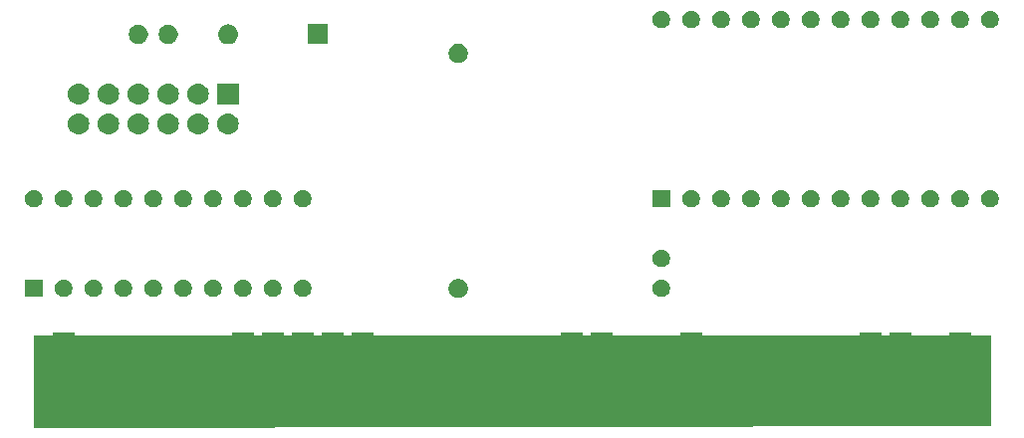
<source format=gbs>
G04 #@! TF.GenerationSoftware,KiCad,Pcbnew,(5.1.4)-1*
G04 #@! TF.CreationDate,2020-05-29T14:17:48+02:00*
G04 #@! TF.ProjectId,RTC8088,52544338-3038-4382-9e6b-696361645f70,rev?*
G04 #@! TF.SameCoordinates,Original*
G04 #@! TF.FileFunction,Soldermask,Bot*
G04 #@! TF.FilePolarity,Negative*
%FSLAX46Y46*%
G04 Gerber Fmt 4.6, Leading zero omitted, Abs format (unit mm)*
G04 Created by KiCad (PCBNEW (5.1.4)-1) date 2020-05-29 14:17:48*
%MOMM*%
%LPD*%
G04 APERTURE LIST*
%ADD10C,0.100000*%
G04 APERTURE END LIST*
D10*
G36*
X186690000Y-106934000D02*
G01*
X105410000Y-107061000D01*
X105410000Y-99314000D01*
X186690000Y-99314000D01*
X186690000Y-106934000D01*
G37*
X186690000Y-106934000D02*
X105410000Y-107061000D01*
X105410000Y-99314000D01*
X186690000Y-99314000D01*
X186690000Y-106934000D01*
G36*
X185090000Y-106731000D02*
G01*
X183210000Y-106731000D01*
X183210000Y-99009000D01*
X185090000Y-99009000D01*
X185090000Y-106731000D01*
X185090000Y-106731000D01*
G37*
G36*
X180010000Y-106731000D02*
G01*
X178130000Y-106731000D01*
X178130000Y-99009000D01*
X180010000Y-99009000D01*
X180010000Y-106731000D01*
X180010000Y-106731000D01*
G37*
G36*
X108890000Y-106731000D02*
G01*
X107010000Y-106731000D01*
X107010000Y-99009000D01*
X108890000Y-99009000D01*
X108890000Y-106731000D01*
X108890000Y-106731000D01*
G37*
G36*
X124130000Y-106731000D02*
G01*
X122250000Y-106731000D01*
X122250000Y-99009000D01*
X124130000Y-99009000D01*
X124130000Y-106731000D01*
X124130000Y-106731000D01*
G37*
G36*
X126670000Y-106731000D02*
G01*
X124790000Y-106731000D01*
X124790000Y-99009000D01*
X126670000Y-99009000D01*
X126670000Y-106731000D01*
X126670000Y-106731000D01*
G37*
G36*
X129210000Y-106731000D02*
G01*
X127330000Y-106731000D01*
X127330000Y-99009000D01*
X129210000Y-99009000D01*
X129210000Y-106731000D01*
X129210000Y-106731000D01*
G37*
G36*
X131750000Y-106731000D02*
G01*
X129870000Y-106731000D01*
X129870000Y-99009000D01*
X131750000Y-99009000D01*
X131750000Y-106731000D01*
X131750000Y-106731000D01*
G37*
G36*
X134290000Y-106731000D02*
G01*
X132410000Y-106731000D01*
X132410000Y-99009000D01*
X134290000Y-99009000D01*
X134290000Y-106731000D01*
X134290000Y-106731000D01*
G37*
G36*
X152070000Y-106731000D02*
G01*
X150190000Y-106731000D01*
X150190000Y-99009000D01*
X152070000Y-99009000D01*
X152070000Y-106731000D01*
X152070000Y-106731000D01*
G37*
G36*
X154610000Y-106731000D02*
G01*
X152730000Y-106731000D01*
X152730000Y-99009000D01*
X154610000Y-99009000D01*
X154610000Y-106731000D01*
X154610000Y-106731000D01*
G37*
G36*
X162230000Y-106731000D02*
G01*
X160350000Y-106731000D01*
X160350000Y-99009000D01*
X162230000Y-99009000D01*
X162230000Y-106731000D01*
X162230000Y-106731000D01*
G37*
G36*
X177470000Y-106731000D02*
G01*
X175590000Y-106731000D01*
X175590000Y-99009000D01*
X177470000Y-99009000D01*
X177470000Y-106731000D01*
X177470000Y-106731000D01*
G37*
G36*
X141721948Y-94498722D02*
G01*
X141869907Y-94560009D01*
X142003061Y-94648979D01*
X142116307Y-94762225D01*
X142205277Y-94895379D01*
X142266564Y-95043338D01*
X142297806Y-95200405D01*
X142297806Y-95360555D01*
X142266564Y-95517622D01*
X142205277Y-95665581D01*
X142116307Y-95798735D01*
X142003061Y-95911981D01*
X141869907Y-96000951D01*
X141721948Y-96062238D01*
X141564881Y-96093480D01*
X141404731Y-96093480D01*
X141247664Y-96062238D01*
X141099705Y-96000951D01*
X140966551Y-95911981D01*
X140853305Y-95798735D01*
X140764335Y-95665581D01*
X140703048Y-95517622D01*
X140671806Y-95360555D01*
X140671806Y-95200405D01*
X140703048Y-95043338D01*
X140764335Y-94895379D01*
X140853305Y-94762225D01*
X140966551Y-94648979D01*
X141099705Y-94560009D01*
X141247664Y-94498722D01*
X141404731Y-94467480D01*
X141564881Y-94467480D01*
X141721948Y-94498722D01*
X141721948Y-94498722D01*
G37*
G36*
X110584425Y-94504599D02*
G01*
X110708621Y-94529302D01*
X110845022Y-94585801D01*
X110967779Y-94667825D01*
X111072175Y-94772221D01*
X111154199Y-94894978D01*
X111210698Y-95031379D01*
X111239500Y-95176181D01*
X111239500Y-95323819D01*
X111210698Y-95468621D01*
X111154199Y-95605022D01*
X111072175Y-95727779D01*
X110967779Y-95832175D01*
X110845022Y-95914199D01*
X110708621Y-95970698D01*
X110584425Y-95995401D01*
X110563820Y-95999500D01*
X110416180Y-95999500D01*
X110395575Y-95995401D01*
X110271379Y-95970698D01*
X110134978Y-95914199D01*
X110012221Y-95832175D01*
X109907825Y-95727779D01*
X109825801Y-95605022D01*
X109769302Y-95468621D01*
X109740500Y-95323819D01*
X109740500Y-95176181D01*
X109769302Y-95031379D01*
X109825801Y-94894978D01*
X109907825Y-94772221D01*
X110012221Y-94667825D01*
X110134978Y-94585801D01*
X110271379Y-94529302D01*
X110395575Y-94504599D01*
X110416180Y-94500500D01*
X110563820Y-94500500D01*
X110584425Y-94504599D01*
X110584425Y-94504599D01*
G37*
G36*
X123284425Y-94504599D02*
G01*
X123408621Y-94529302D01*
X123545022Y-94585801D01*
X123667779Y-94667825D01*
X123772175Y-94772221D01*
X123854199Y-94894978D01*
X123910698Y-95031379D01*
X123939500Y-95176181D01*
X123939500Y-95323819D01*
X123910698Y-95468621D01*
X123854199Y-95605022D01*
X123772175Y-95727779D01*
X123667779Y-95832175D01*
X123545022Y-95914199D01*
X123408621Y-95970698D01*
X123284425Y-95995401D01*
X123263820Y-95999500D01*
X123116180Y-95999500D01*
X123095575Y-95995401D01*
X122971379Y-95970698D01*
X122834978Y-95914199D01*
X122712221Y-95832175D01*
X122607825Y-95727779D01*
X122525801Y-95605022D01*
X122469302Y-95468621D01*
X122440500Y-95323819D01*
X122440500Y-95176181D01*
X122469302Y-95031379D01*
X122525801Y-94894978D01*
X122607825Y-94772221D01*
X122712221Y-94667825D01*
X122834978Y-94585801D01*
X122971379Y-94529302D01*
X123095575Y-94504599D01*
X123116180Y-94500500D01*
X123263820Y-94500500D01*
X123284425Y-94504599D01*
X123284425Y-94504599D01*
G37*
G36*
X120744425Y-94504599D02*
G01*
X120868621Y-94529302D01*
X121005022Y-94585801D01*
X121127779Y-94667825D01*
X121232175Y-94772221D01*
X121314199Y-94894978D01*
X121370698Y-95031379D01*
X121399500Y-95176181D01*
X121399500Y-95323819D01*
X121370698Y-95468621D01*
X121314199Y-95605022D01*
X121232175Y-95727779D01*
X121127779Y-95832175D01*
X121005022Y-95914199D01*
X120868621Y-95970698D01*
X120744425Y-95995401D01*
X120723820Y-95999500D01*
X120576180Y-95999500D01*
X120555575Y-95995401D01*
X120431379Y-95970698D01*
X120294978Y-95914199D01*
X120172221Y-95832175D01*
X120067825Y-95727779D01*
X119985801Y-95605022D01*
X119929302Y-95468621D01*
X119900500Y-95323819D01*
X119900500Y-95176181D01*
X119929302Y-95031379D01*
X119985801Y-94894978D01*
X120067825Y-94772221D01*
X120172221Y-94667825D01*
X120294978Y-94585801D01*
X120431379Y-94529302D01*
X120555575Y-94504599D01*
X120576180Y-94500500D01*
X120723820Y-94500500D01*
X120744425Y-94504599D01*
X120744425Y-94504599D01*
G37*
G36*
X118204425Y-94504599D02*
G01*
X118328621Y-94529302D01*
X118465022Y-94585801D01*
X118587779Y-94667825D01*
X118692175Y-94772221D01*
X118774199Y-94894978D01*
X118830698Y-95031379D01*
X118859500Y-95176181D01*
X118859500Y-95323819D01*
X118830698Y-95468621D01*
X118774199Y-95605022D01*
X118692175Y-95727779D01*
X118587779Y-95832175D01*
X118465022Y-95914199D01*
X118328621Y-95970698D01*
X118204425Y-95995401D01*
X118183820Y-95999500D01*
X118036180Y-95999500D01*
X118015575Y-95995401D01*
X117891379Y-95970698D01*
X117754978Y-95914199D01*
X117632221Y-95832175D01*
X117527825Y-95727779D01*
X117445801Y-95605022D01*
X117389302Y-95468621D01*
X117360500Y-95323819D01*
X117360500Y-95176181D01*
X117389302Y-95031379D01*
X117445801Y-94894978D01*
X117527825Y-94772221D01*
X117632221Y-94667825D01*
X117754978Y-94585801D01*
X117891379Y-94529302D01*
X118015575Y-94504599D01*
X118036180Y-94500500D01*
X118183820Y-94500500D01*
X118204425Y-94504599D01*
X118204425Y-94504599D01*
G37*
G36*
X115664425Y-94504599D02*
G01*
X115788621Y-94529302D01*
X115925022Y-94585801D01*
X116047779Y-94667825D01*
X116152175Y-94772221D01*
X116234199Y-94894978D01*
X116290698Y-95031379D01*
X116319500Y-95176181D01*
X116319500Y-95323819D01*
X116290698Y-95468621D01*
X116234199Y-95605022D01*
X116152175Y-95727779D01*
X116047779Y-95832175D01*
X115925022Y-95914199D01*
X115788621Y-95970698D01*
X115664425Y-95995401D01*
X115643820Y-95999500D01*
X115496180Y-95999500D01*
X115475575Y-95995401D01*
X115351379Y-95970698D01*
X115214978Y-95914199D01*
X115092221Y-95832175D01*
X114987825Y-95727779D01*
X114905801Y-95605022D01*
X114849302Y-95468621D01*
X114820500Y-95323819D01*
X114820500Y-95176181D01*
X114849302Y-95031379D01*
X114905801Y-94894978D01*
X114987825Y-94772221D01*
X115092221Y-94667825D01*
X115214978Y-94585801D01*
X115351379Y-94529302D01*
X115475575Y-94504599D01*
X115496180Y-94500500D01*
X115643820Y-94500500D01*
X115664425Y-94504599D01*
X115664425Y-94504599D01*
G37*
G36*
X113124425Y-94504599D02*
G01*
X113248621Y-94529302D01*
X113385022Y-94585801D01*
X113507779Y-94667825D01*
X113612175Y-94772221D01*
X113694199Y-94894978D01*
X113750698Y-95031379D01*
X113779500Y-95176181D01*
X113779500Y-95323819D01*
X113750698Y-95468621D01*
X113694199Y-95605022D01*
X113612175Y-95727779D01*
X113507779Y-95832175D01*
X113385022Y-95914199D01*
X113248621Y-95970698D01*
X113124425Y-95995401D01*
X113103820Y-95999500D01*
X112956180Y-95999500D01*
X112935575Y-95995401D01*
X112811379Y-95970698D01*
X112674978Y-95914199D01*
X112552221Y-95832175D01*
X112447825Y-95727779D01*
X112365801Y-95605022D01*
X112309302Y-95468621D01*
X112280500Y-95323819D01*
X112280500Y-95176181D01*
X112309302Y-95031379D01*
X112365801Y-94894978D01*
X112447825Y-94772221D01*
X112552221Y-94667825D01*
X112674978Y-94585801D01*
X112811379Y-94529302D01*
X112935575Y-94504599D01*
X112956180Y-94500500D01*
X113103820Y-94500500D01*
X113124425Y-94504599D01*
X113124425Y-94504599D01*
G37*
G36*
X108044425Y-94504599D02*
G01*
X108168621Y-94529302D01*
X108305022Y-94585801D01*
X108427779Y-94667825D01*
X108532175Y-94772221D01*
X108614199Y-94894978D01*
X108670698Y-95031379D01*
X108699500Y-95176181D01*
X108699500Y-95323819D01*
X108670698Y-95468621D01*
X108614199Y-95605022D01*
X108532175Y-95727779D01*
X108427779Y-95832175D01*
X108305022Y-95914199D01*
X108168621Y-95970698D01*
X108044425Y-95995401D01*
X108023820Y-95999500D01*
X107876180Y-95999500D01*
X107855575Y-95995401D01*
X107731379Y-95970698D01*
X107594978Y-95914199D01*
X107472221Y-95832175D01*
X107367825Y-95727779D01*
X107285801Y-95605022D01*
X107229302Y-95468621D01*
X107200500Y-95323819D01*
X107200500Y-95176181D01*
X107229302Y-95031379D01*
X107285801Y-94894978D01*
X107367825Y-94772221D01*
X107472221Y-94667825D01*
X107594978Y-94585801D01*
X107731379Y-94529302D01*
X107855575Y-94504599D01*
X107876180Y-94500500D01*
X108023820Y-94500500D01*
X108044425Y-94504599D01*
X108044425Y-94504599D01*
G37*
G36*
X106159500Y-95999500D02*
G01*
X104660500Y-95999500D01*
X104660500Y-94500500D01*
X106159500Y-94500500D01*
X106159500Y-95999500D01*
X106159500Y-95999500D01*
G37*
G36*
X125824425Y-94504599D02*
G01*
X125948621Y-94529302D01*
X126085022Y-94585801D01*
X126207779Y-94667825D01*
X126312175Y-94772221D01*
X126394199Y-94894978D01*
X126450698Y-95031379D01*
X126479500Y-95176181D01*
X126479500Y-95323819D01*
X126450698Y-95468621D01*
X126394199Y-95605022D01*
X126312175Y-95727779D01*
X126207779Y-95832175D01*
X126085022Y-95914199D01*
X125948621Y-95970698D01*
X125824425Y-95995401D01*
X125803820Y-95999500D01*
X125656180Y-95999500D01*
X125635575Y-95995401D01*
X125511379Y-95970698D01*
X125374978Y-95914199D01*
X125252221Y-95832175D01*
X125147825Y-95727779D01*
X125065801Y-95605022D01*
X125009302Y-95468621D01*
X124980500Y-95323819D01*
X124980500Y-95176181D01*
X125009302Y-95031379D01*
X125065801Y-94894978D01*
X125147825Y-94772221D01*
X125252221Y-94667825D01*
X125374978Y-94585801D01*
X125511379Y-94529302D01*
X125635575Y-94504599D01*
X125656180Y-94500500D01*
X125803820Y-94500500D01*
X125824425Y-94504599D01*
X125824425Y-94504599D01*
G37*
G36*
X128364425Y-94504599D02*
G01*
X128488621Y-94529302D01*
X128625022Y-94585801D01*
X128747779Y-94667825D01*
X128852175Y-94772221D01*
X128934199Y-94894978D01*
X128990698Y-95031379D01*
X129019500Y-95176181D01*
X129019500Y-95323819D01*
X128990698Y-95468621D01*
X128934199Y-95605022D01*
X128852175Y-95727779D01*
X128747779Y-95832175D01*
X128625022Y-95914199D01*
X128488621Y-95970698D01*
X128364425Y-95995401D01*
X128343820Y-95999500D01*
X128196180Y-95999500D01*
X128175575Y-95995401D01*
X128051379Y-95970698D01*
X127914978Y-95914199D01*
X127792221Y-95832175D01*
X127687825Y-95727779D01*
X127605801Y-95605022D01*
X127549302Y-95468621D01*
X127520500Y-95323819D01*
X127520500Y-95176181D01*
X127549302Y-95031379D01*
X127605801Y-94894978D01*
X127687825Y-94772221D01*
X127792221Y-94667825D01*
X127914978Y-94585801D01*
X128051379Y-94529302D01*
X128175575Y-94504599D01*
X128196180Y-94500500D01*
X128343820Y-94500500D01*
X128364425Y-94504599D01*
X128364425Y-94504599D01*
G37*
G36*
X158844425Y-94504599D02*
G01*
X158968621Y-94529302D01*
X159105022Y-94585801D01*
X159227779Y-94667825D01*
X159332175Y-94772221D01*
X159414199Y-94894978D01*
X159470698Y-95031379D01*
X159499500Y-95176181D01*
X159499500Y-95323819D01*
X159470698Y-95468621D01*
X159414199Y-95605022D01*
X159332175Y-95727779D01*
X159227779Y-95832175D01*
X159105022Y-95914199D01*
X158968621Y-95970698D01*
X158844425Y-95995401D01*
X158823820Y-95999500D01*
X158676180Y-95999500D01*
X158655575Y-95995401D01*
X158531379Y-95970698D01*
X158394978Y-95914199D01*
X158272221Y-95832175D01*
X158167825Y-95727779D01*
X158085801Y-95605022D01*
X158029302Y-95468621D01*
X158000500Y-95323819D01*
X158000500Y-95176181D01*
X158029302Y-95031379D01*
X158085801Y-94894978D01*
X158167825Y-94772221D01*
X158272221Y-94667825D01*
X158394978Y-94585801D01*
X158531379Y-94529302D01*
X158655575Y-94504599D01*
X158676180Y-94500500D01*
X158823820Y-94500500D01*
X158844425Y-94504599D01*
X158844425Y-94504599D01*
G37*
G36*
X158844425Y-91964599D02*
G01*
X158968621Y-91989302D01*
X159105022Y-92045801D01*
X159227779Y-92127825D01*
X159332175Y-92232221D01*
X159414199Y-92354978D01*
X159470698Y-92491379D01*
X159499500Y-92636181D01*
X159499500Y-92783819D01*
X159470698Y-92928621D01*
X159414199Y-93065022D01*
X159332175Y-93187779D01*
X159227779Y-93292175D01*
X159105022Y-93374199D01*
X158968621Y-93430698D01*
X158844425Y-93455401D01*
X158823820Y-93459500D01*
X158676180Y-93459500D01*
X158655575Y-93455401D01*
X158531379Y-93430698D01*
X158394978Y-93374199D01*
X158272221Y-93292175D01*
X158167825Y-93187779D01*
X158085801Y-93065022D01*
X158029302Y-92928621D01*
X158000500Y-92783819D01*
X158000500Y-92636181D01*
X158029302Y-92491379D01*
X158085801Y-92354978D01*
X158167825Y-92232221D01*
X158272221Y-92127825D01*
X158394978Y-92045801D01*
X158531379Y-91989302D01*
X158655575Y-91964599D01*
X158676180Y-91960500D01*
X158823820Y-91960500D01*
X158844425Y-91964599D01*
X158844425Y-91964599D01*
G37*
G36*
X113124425Y-86884599D02*
G01*
X113248621Y-86909302D01*
X113385022Y-86965801D01*
X113507779Y-87047825D01*
X113612175Y-87152221D01*
X113694199Y-87274978D01*
X113750698Y-87411379D01*
X113779500Y-87556181D01*
X113779500Y-87703819D01*
X113750698Y-87848621D01*
X113694199Y-87985022D01*
X113612175Y-88107779D01*
X113507779Y-88212175D01*
X113385022Y-88294199D01*
X113248621Y-88350698D01*
X113124425Y-88375401D01*
X113103820Y-88379500D01*
X112956180Y-88379500D01*
X112935575Y-88375401D01*
X112811379Y-88350698D01*
X112674978Y-88294199D01*
X112552221Y-88212175D01*
X112447825Y-88107779D01*
X112365801Y-87985022D01*
X112309302Y-87848621D01*
X112280500Y-87703819D01*
X112280500Y-87556181D01*
X112309302Y-87411379D01*
X112365801Y-87274978D01*
X112447825Y-87152221D01*
X112552221Y-87047825D01*
X112674978Y-86965801D01*
X112811379Y-86909302D01*
X112935575Y-86884599D01*
X112956180Y-86880500D01*
X113103820Y-86880500D01*
X113124425Y-86884599D01*
X113124425Y-86884599D01*
G37*
G36*
X108044425Y-86884599D02*
G01*
X108168621Y-86909302D01*
X108305022Y-86965801D01*
X108427779Y-87047825D01*
X108532175Y-87152221D01*
X108614199Y-87274978D01*
X108670698Y-87411379D01*
X108699500Y-87556181D01*
X108699500Y-87703819D01*
X108670698Y-87848621D01*
X108614199Y-87985022D01*
X108532175Y-88107779D01*
X108427779Y-88212175D01*
X108305022Y-88294199D01*
X108168621Y-88350698D01*
X108044425Y-88375401D01*
X108023820Y-88379500D01*
X107876180Y-88379500D01*
X107855575Y-88375401D01*
X107731379Y-88350698D01*
X107594978Y-88294199D01*
X107472221Y-88212175D01*
X107367825Y-88107779D01*
X107285801Y-87985022D01*
X107229302Y-87848621D01*
X107200500Y-87703819D01*
X107200500Y-87556181D01*
X107229302Y-87411379D01*
X107285801Y-87274978D01*
X107367825Y-87152221D01*
X107472221Y-87047825D01*
X107594978Y-86965801D01*
X107731379Y-86909302D01*
X107855575Y-86884599D01*
X107876180Y-86880500D01*
X108023820Y-86880500D01*
X108044425Y-86884599D01*
X108044425Y-86884599D01*
G37*
G36*
X105504425Y-86884599D02*
G01*
X105628621Y-86909302D01*
X105765022Y-86965801D01*
X105887779Y-87047825D01*
X105992175Y-87152221D01*
X106074199Y-87274978D01*
X106130698Y-87411379D01*
X106159500Y-87556181D01*
X106159500Y-87703819D01*
X106130698Y-87848621D01*
X106074199Y-87985022D01*
X105992175Y-88107779D01*
X105887779Y-88212175D01*
X105765022Y-88294199D01*
X105628621Y-88350698D01*
X105504425Y-88375401D01*
X105483820Y-88379500D01*
X105336180Y-88379500D01*
X105315575Y-88375401D01*
X105191379Y-88350698D01*
X105054978Y-88294199D01*
X104932221Y-88212175D01*
X104827825Y-88107779D01*
X104745801Y-87985022D01*
X104689302Y-87848621D01*
X104660500Y-87703819D01*
X104660500Y-87556181D01*
X104689302Y-87411379D01*
X104745801Y-87274978D01*
X104827825Y-87152221D01*
X104932221Y-87047825D01*
X105054978Y-86965801D01*
X105191379Y-86909302D01*
X105315575Y-86884599D01*
X105336180Y-86880500D01*
X105483820Y-86880500D01*
X105504425Y-86884599D01*
X105504425Y-86884599D01*
G37*
G36*
X166464425Y-86884599D02*
G01*
X166588621Y-86909302D01*
X166725022Y-86965801D01*
X166847779Y-87047825D01*
X166952175Y-87152221D01*
X167034199Y-87274978D01*
X167090698Y-87411379D01*
X167119500Y-87556181D01*
X167119500Y-87703819D01*
X167090698Y-87848621D01*
X167034199Y-87985022D01*
X166952175Y-88107779D01*
X166847779Y-88212175D01*
X166725022Y-88294199D01*
X166588621Y-88350698D01*
X166464425Y-88375401D01*
X166443820Y-88379500D01*
X166296180Y-88379500D01*
X166275575Y-88375401D01*
X166151379Y-88350698D01*
X166014978Y-88294199D01*
X165892221Y-88212175D01*
X165787825Y-88107779D01*
X165705801Y-87985022D01*
X165649302Y-87848621D01*
X165620500Y-87703819D01*
X165620500Y-87556181D01*
X165649302Y-87411379D01*
X165705801Y-87274978D01*
X165787825Y-87152221D01*
X165892221Y-87047825D01*
X166014978Y-86965801D01*
X166151379Y-86909302D01*
X166275575Y-86884599D01*
X166296180Y-86880500D01*
X166443820Y-86880500D01*
X166464425Y-86884599D01*
X166464425Y-86884599D01*
G37*
G36*
X169004425Y-86884599D02*
G01*
X169128621Y-86909302D01*
X169265022Y-86965801D01*
X169387779Y-87047825D01*
X169492175Y-87152221D01*
X169574199Y-87274978D01*
X169630698Y-87411379D01*
X169659500Y-87556181D01*
X169659500Y-87703819D01*
X169630698Y-87848621D01*
X169574199Y-87985022D01*
X169492175Y-88107779D01*
X169387779Y-88212175D01*
X169265022Y-88294199D01*
X169128621Y-88350698D01*
X169004425Y-88375401D01*
X168983820Y-88379500D01*
X168836180Y-88379500D01*
X168815575Y-88375401D01*
X168691379Y-88350698D01*
X168554978Y-88294199D01*
X168432221Y-88212175D01*
X168327825Y-88107779D01*
X168245801Y-87985022D01*
X168189302Y-87848621D01*
X168160500Y-87703819D01*
X168160500Y-87556181D01*
X168189302Y-87411379D01*
X168245801Y-87274978D01*
X168327825Y-87152221D01*
X168432221Y-87047825D01*
X168554978Y-86965801D01*
X168691379Y-86909302D01*
X168815575Y-86884599D01*
X168836180Y-86880500D01*
X168983820Y-86880500D01*
X169004425Y-86884599D01*
X169004425Y-86884599D01*
G37*
G36*
X171544425Y-86884599D02*
G01*
X171668621Y-86909302D01*
X171805022Y-86965801D01*
X171927779Y-87047825D01*
X172032175Y-87152221D01*
X172114199Y-87274978D01*
X172170698Y-87411379D01*
X172199500Y-87556181D01*
X172199500Y-87703819D01*
X172170698Y-87848621D01*
X172114199Y-87985022D01*
X172032175Y-88107779D01*
X171927779Y-88212175D01*
X171805022Y-88294199D01*
X171668621Y-88350698D01*
X171544425Y-88375401D01*
X171523820Y-88379500D01*
X171376180Y-88379500D01*
X171355575Y-88375401D01*
X171231379Y-88350698D01*
X171094978Y-88294199D01*
X170972221Y-88212175D01*
X170867825Y-88107779D01*
X170785801Y-87985022D01*
X170729302Y-87848621D01*
X170700500Y-87703819D01*
X170700500Y-87556181D01*
X170729302Y-87411379D01*
X170785801Y-87274978D01*
X170867825Y-87152221D01*
X170972221Y-87047825D01*
X171094978Y-86965801D01*
X171231379Y-86909302D01*
X171355575Y-86884599D01*
X171376180Y-86880500D01*
X171523820Y-86880500D01*
X171544425Y-86884599D01*
X171544425Y-86884599D01*
G37*
G36*
X174084425Y-86884599D02*
G01*
X174208621Y-86909302D01*
X174345022Y-86965801D01*
X174467779Y-87047825D01*
X174572175Y-87152221D01*
X174654199Y-87274978D01*
X174710698Y-87411379D01*
X174739500Y-87556181D01*
X174739500Y-87703819D01*
X174710698Y-87848621D01*
X174654199Y-87985022D01*
X174572175Y-88107779D01*
X174467779Y-88212175D01*
X174345022Y-88294199D01*
X174208621Y-88350698D01*
X174084425Y-88375401D01*
X174063820Y-88379500D01*
X173916180Y-88379500D01*
X173895575Y-88375401D01*
X173771379Y-88350698D01*
X173634978Y-88294199D01*
X173512221Y-88212175D01*
X173407825Y-88107779D01*
X173325801Y-87985022D01*
X173269302Y-87848621D01*
X173240500Y-87703819D01*
X173240500Y-87556181D01*
X173269302Y-87411379D01*
X173325801Y-87274978D01*
X173407825Y-87152221D01*
X173512221Y-87047825D01*
X173634978Y-86965801D01*
X173771379Y-86909302D01*
X173895575Y-86884599D01*
X173916180Y-86880500D01*
X174063820Y-86880500D01*
X174084425Y-86884599D01*
X174084425Y-86884599D01*
G37*
G36*
X176624425Y-86884599D02*
G01*
X176748621Y-86909302D01*
X176885022Y-86965801D01*
X177007779Y-87047825D01*
X177112175Y-87152221D01*
X177194199Y-87274978D01*
X177250698Y-87411379D01*
X177279500Y-87556181D01*
X177279500Y-87703819D01*
X177250698Y-87848621D01*
X177194199Y-87985022D01*
X177112175Y-88107779D01*
X177007779Y-88212175D01*
X176885022Y-88294199D01*
X176748621Y-88350698D01*
X176624425Y-88375401D01*
X176603820Y-88379500D01*
X176456180Y-88379500D01*
X176435575Y-88375401D01*
X176311379Y-88350698D01*
X176174978Y-88294199D01*
X176052221Y-88212175D01*
X175947825Y-88107779D01*
X175865801Y-87985022D01*
X175809302Y-87848621D01*
X175780500Y-87703819D01*
X175780500Y-87556181D01*
X175809302Y-87411379D01*
X175865801Y-87274978D01*
X175947825Y-87152221D01*
X176052221Y-87047825D01*
X176174978Y-86965801D01*
X176311379Y-86909302D01*
X176435575Y-86884599D01*
X176456180Y-86880500D01*
X176603820Y-86880500D01*
X176624425Y-86884599D01*
X176624425Y-86884599D01*
G37*
G36*
X179164425Y-86884599D02*
G01*
X179288621Y-86909302D01*
X179425022Y-86965801D01*
X179547779Y-87047825D01*
X179652175Y-87152221D01*
X179734199Y-87274978D01*
X179790698Y-87411379D01*
X179819500Y-87556181D01*
X179819500Y-87703819D01*
X179790698Y-87848621D01*
X179734199Y-87985022D01*
X179652175Y-88107779D01*
X179547779Y-88212175D01*
X179425022Y-88294199D01*
X179288621Y-88350698D01*
X179164425Y-88375401D01*
X179143820Y-88379500D01*
X178996180Y-88379500D01*
X178975575Y-88375401D01*
X178851379Y-88350698D01*
X178714978Y-88294199D01*
X178592221Y-88212175D01*
X178487825Y-88107779D01*
X178405801Y-87985022D01*
X178349302Y-87848621D01*
X178320500Y-87703819D01*
X178320500Y-87556181D01*
X178349302Y-87411379D01*
X178405801Y-87274978D01*
X178487825Y-87152221D01*
X178592221Y-87047825D01*
X178714978Y-86965801D01*
X178851379Y-86909302D01*
X178975575Y-86884599D01*
X178996180Y-86880500D01*
X179143820Y-86880500D01*
X179164425Y-86884599D01*
X179164425Y-86884599D01*
G37*
G36*
X184244425Y-86884599D02*
G01*
X184368621Y-86909302D01*
X184505022Y-86965801D01*
X184627779Y-87047825D01*
X184732175Y-87152221D01*
X184814199Y-87274978D01*
X184870698Y-87411379D01*
X184899500Y-87556181D01*
X184899500Y-87703819D01*
X184870698Y-87848621D01*
X184814199Y-87985022D01*
X184732175Y-88107779D01*
X184627779Y-88212175D01*
X184505022Y-88294199D01*
X184368621Y-88350698D01*
X184244425Y-88375401D01*
X184223820Y-88379500D01*
X184076180Y-88379500D01*
X184055575Y-88375401D01*
X183931379Y-88350698D01*
X183794978Y-88294199D01*
X183672221Y-88212175D01*
X183567825Y-88107779D01*
X183485801Y-87985022D01*
X183429302Y-87848621D01*
X183400500Y-87703819D01*
X183400500Y-87556181D01*
X183429302Y-87411379D01*
X183485801Y-87274978D01*
X183567825Y-87152221D01*
X183672221Y-87047825D01*
X183794978Y-86965801D01*
X183931379Y-86909302D01*
X184055575Y-86884599D01*
X184076180Y-86880500D01*
X184223820Y-86880500D01*
X184244425Y-86884599D01*
X184244425Y-86884599D01*
G37*
G36*
X186784425Y-86884599D02*
G01*
X186908621Y-86909302D01*
X187045022Y-86965801D01*
X187167779Y-87047825D01*
X187272175Y-87152221D01*
X187354199Y-87274978D01*
X187410698Y-87411379D01*
X187439500Y-87556181D01*
X187439500Y-87703819D01*
X187410698Y-87848621D01*
X187354199Y-87985022D01*
X187272175Y-88107779D01*
X187167779Y-88212175D01*
X187045022Y-88294199D01*
X186908621Y-88350698D01*
X186784425Y-88375401D01*
X186763820Y-88379500D01*
X186616180Y-88379500D01*
X186595575Y-88375401D01*
X186471379Y-88350698D01*
X186334978Y-88294199D01*
X186212221Y-88212175D01*
X186107825Y-88107779D01*
X186025801Y-87985022D01*
X185969302Y-87848621D01*
X185940500Y-87703819D01*
X185940500Y-87556181D01*
X185969302Y-87411379D01*
X186025801Y-87274978D01*
X186107825Y-87152221D01*
X186212221Y-87047825D01*
X186334978Y-86965801D01*
X186471379Y-86909302D01*
X186595575Y-86884599D01*
X186616180Y-86880500D01*
X186763820Y-86880500D01*
X186784425Y-86884599D01*
X186784425Y-86884599D01*
G37*
G36*
X120744425Y-86884599D02*
G01*
X120868621Y-86909302D01*
X121005022Y-86965801D01*
X121127779Y-87047825D01*
X121232175Y-87152221D01*
X121314199Y-87274978D01*
X121370698Y-87411379D01*
X121399500Y-87556181D01*
X121399500Y-87703819D01*
X121370698Y-87848621D01*
X121314199Y-87985022D01*
X121232175Y-88107779D01*
X121127779Y-88212175D01*
X121005022Y-88294199D01*
X120868621Y-88350698D01*
X120744425Y-88375401D01*
X120723820Y-88379500D01*
X120576180Y-88379500D01*
X120555575Y-88375401D01*
X120431379Y-88350698D01*
X120294978Y-88294199D01*
X120172221Y-88212175D01*
X120067825Y-88107779D01*
X119985801Y-87985022D01*
X119929302Y-87848621D01*
X119900500Y-87703819D01*
X119900500Y-87556181D01*
X119929302Y-87411379D01*
X119985801Y-87274978D01*
X120067825Y-87152221D01*
X120172221Y-87047825D01*
X120294978Y-86965801D01*
X120431379Y-86909302D01*
X120555575Y-86884599D01*
X120576180Y-86880500D01*
X120723820Y-86880500D01*
X120744425Y-86884599D01*
X120744425Y-86884599D01*
G37*
G36*
X115664425Y-86884599D02*
G01*
X115788621Y-86909302D01*
X115925022Y-86965801D01*
X116047779Y-87047825D01*
X116152175Y-87152221D01*
X116234199Y-87274978D01*
X116290698Y-87411379D01*
X116319500Y-87556181D01*
X116319500Y-87703819D01*
X116290698Y-87848621D01*
X116234199Y-87985022D01*
X116152175Y-88107779D01*
X116047779Y-88212175D01*
X115925022Y-88294199D01*
X115788621Y-88350698D01*
X115664425Y-88375401D01*
X115643820Y-88379500D01*
X115496180Y-88379500D01*
X115475575Y-88375401D01*
X115351379Y-88350698D01*
X115214978Y-88294199D01*
X115092221Y-88212175D01*
X114987825Y-88107779D01*
X114905801Y-87985022D01*
X114849302Y-87848621D01*
X114820500Y-87703819D01*
X114820500Y-87556181D01*
X114849302Y-87411379D01*
X114905801Y-87274978D01*
X114987825Y-87152221D01*
X115092221Y-87047825D01*
X115214978Y-86965801D01*
X115351379Y-86909302D01*
X115475575Y-86884599D01*
X115496180Y-86880500D01*
X115643820Y-86880500D01*
X115664425Y-86884599D01*
X115664425Y-86884599D01*
G37*
G36*
X163924425Y-86884599D02*
G01*
X164048621Y-86909302D01*
X164185022Y-86965801D01*
X164307779Y-87047825D01*
X164412175Y-87152221D01*
X164494199Y-87274978D01*
X164550698Y-87411379D01*
X164579500Y-87556181D01*
X164579500Y-87703819D01*
X164550698Y-87848621D01*
X164494199Y-87985022D01*
X164412175Y-88107779D01*
X164307779Y-88212175D01*
X164185022Y-88294199D01*
X164048621Y-88350698D01*
X163924425Y-88375401D01*
X163903820Y-88379500D01*
X163756180Y-88379500D01*
X163735575Y-88375401D01*
X163611379Y-88350698D01*
X163474978Y-88294199D01*
X163352221Y-88212175D01*
X163247825Y-88107779D01*
X163165801Y-87985022D01*
X163109302Y-87848621D01*
X163080500Y-87703819D01*
X163080500Y-87556181D01*
X163109302Y-87411379D01*
X163165801Y-87274978D01*
X163247825Y-87152221D01*
X163352221Y-87047825D01*
X163474978Y-86965801D01*
X163611379Y-86909302D01*
X163735575Y-86884599D01*
X163756180Y-86880500D01*
X163903820Y-86880500D01*
X163924425Y-86884599D01*
X163924425Y-86884599D01*
G37*
G36*
X161384425Y-86884599D02*
G01*
X161508621Y-86909302D01*
X161645022Y-86965801D01*
X161767779Y-87047825D01*
X161872175Y-87152221D01*
X161954199Y-87274978D01*
X162010698Y-87411379D01*
X162039500Y-87556181D01*
X162039500Y-87703819D01*
X162010698Y-87848621D01*
X161954199Y-87985022D01*
X161872175Y-88107779D01*
X161767779Y-88212175D01*
X161645022Y-88294199D01*
X161508621Y-88350698D01*
X161384425Y-88375401D01*
X161363820Y-88379500D01*
X161216180Y-88379500D01*
X161195575Y-88375401D01*
X161071379Y-88350698D01*
X160934978Y-88294199D01*
X160812221Y-88212175D01*
X160707825Y-88107779D01*
X160625801Y-87985022D01*
X160569302Y-87848621D01*
X160540500Y-87703819D01*
X160540500Y-87556181D01*
X160569302Y-87411379D01*
X160625801Y-87274978D01*
X160707825Y-87152221D01*
X160812221Y-87047825D01*
X160934978Y-86965801D01*
X161071379Y-86909302D01*
X161195575Y-86884599D01*
X161216180Y-86880500D01*
X161363820Y-86880500D01*
X161384425Y-86884599D01*
X161384425Y-86884599D01*
G37*
G36*
X159499500Y-88379500D02*
G01*
X158000500Y-88379500D01*
X158000500Y-86880500D01*
X159499500Y-86880500D01*
X159499500Y-88379500D01*
X159499500Y-88379500D01*
G37*
G36*
X181704425Y-86884599D02*
G01*
X181828621Y-86909302D01*
X181965022Y-86965801D01*
X182087779Y-87047825D01*
X182192175Y-87152221D01*
X182274199Y-87274978D01*
X182330698Y-87411379D01*
X182359500Y-87556181D01*
X182359500Y-87703819D01*
X182330698Y-87848621D01*
X182274199Y-87985022D01*
X182192175Y-88107779D01*
X182087779Y-88212175D01*
X181965022Y-88294199D01*
X181828621Y-88350698D01*
X181704425Y-88375401D01*
X181683820Y-88379500D01*
X181536180Y-88379500D01*
X181515575Y-88375401D01*
X181391379Y-88350698D01*
X181254978Y-88294199D01*
X181132221Y-88212175D01*
X181027825Y-88107779D01*
X180945801Y-87985022D01*
X180889302Y-87848621D01*
X180860500Y-87703819D01*
X180860500Y-87556181D01*
X180889302Y-87411379D01*
X180945801Y-87274978D01*
X181027825Y-87152221D01*
X181132221Y-87047825D01*
X181254978Y-86965801D01*
X181391379Y-86909302D01*
X181515575Y-86884599D01*
X181536180Y-86880500D01*
X181683820Y-86880500D01*
X181704425Y-86884599D01*
X181704425Y-86884599D01*
G37*
G36*
X128364425Y-86884599D02*
G01*
X128488621Y-86909302D01*
X128625022Y-86965801D01*
X128747779Y-87047825D01*
X128852175Y-87152221D01*
X128934199Y-87274978D01*
X128990698Y-87411379D01*
X129019500Y-87556181D01*
X129019500Y-87703819D01*
X128990698Y-87848621D01*
X128934199Y-87985022D01*
X128852175Y-88107779D01*
X128747779Y-88212175D01*
X128625022Y-88294199D01*
X128488621Y-88350698D01*
X128364425Y-88375401D01*
X128343820Y-88379500D01*
X128196180Y-88379500D01*
X128175575Y-88375401D01*
X128051379Y-88350698D01*
X127914978Y-88294199D01*
X127792221Y-88212175D01*
X127687825Y-88107779D01*
X127605801Y-87985022D01*
X127549302Y-87848621D01*
X127520500Y-87703819D01*
X127520500Y-87556181D01*
X127549302Y-87411379D01*
X127605801Y-87274978D01*
X127687825Y-87152221D01*
X127792221Y-87047825D01*
X127914978Y-86965801D01*
X128051379Y-86909302D01*
X128175575Y-86884599D01*
X128196180Y-86880500D01*
X128343820Y-86880500D01*
X128364425Y-86884599D01*
X128364425Y-86884599D01*
G37*
G36*
X125824425Y-86884599D02*
G01*
X125948621Y-86909302D01*
X126085022Y-86965801D01*
X126207779Y-87047825D01*
X126312175Y-87152221D01*
X126394199Y-87274978D01*
X126450698Y-87411379D01*
X126479500Y-87556181D01*
X126479500Y-87703819D01*
X126450698Y-87848621D01*
X126394199Y-87985022D01*
X126312175Y-88107779D01*
X126207779Y-88212175D01*
X126085022Y-88294199D01*
X125948621Y-88350698D01*
X125824425Y-88375401D01*
X125803820Y-88379500D01*
X125656180Y-88379500D01*
X125635575Y-88375401D01*
X125511379Y-88350698D01*
X125374978Y-88294199D01*
X125252221Y-88212175D01*
X125147825Y-88107779D01*
X125065801Y-87985022D01*
X125009302Y-87848621D01*
X124980500Y-87703819D01*
X124980500Y-87556181D01*
X125009302Y-87411379D01*
X125065801Y-87274978D01*
X125147825Y-87152221D01*
X125252221Y-87047825D01*
X125374978Y-86965801D01*
X125511379Y-86909302D01*
X125635575Y-86884599D01*
X125656180Y-86880500D01*
X125803820Y-86880500D01*
X125824425Y-86884599D01*
X125824425Y-86884599D01*
G37*
G36*
X123284425Y-86884599D02*
G01*
X123408621Y-86909302D01*
X123545022Y-86965801D01*
X123667779Y-87047825D01*
X123772175Y-87152221D01*
X123854199Y-87274978D01*
X123910698Y-87411379D01*
X123939500Y-87556181D01*
X123939500Y-87703819D01*
X123910698Y-87848621D01*
X123854199Y-87985022D01*
X123772175Y-88107779D01*
X123667779Y-88212175D01*
X123545022Y-88294199D01*
X123408621Y-88350698D01*
X123284425Y-88375401D01*
X123263820Y-88379500D01*
X123116180Y-88379500D01*
X123095575Y-88375401D01*
X122971379Y-88350698D01*
X122834978Y-88294199D01*
X122712221Y-88212175D01*
X122607825Y-88107779D01*
X122525801Y-87985022D01*
X122469302Y-87848621D01*
X122440500Y-87703819D01*
X122440500Y-87556181D01*
X122469302Y-87411379D01*
X122525801Y-87274978D01*
X122607825Y-87152221D01*
X122712221Y-87047825D01*
X122834978Y-86965801D01*
X122971379Y-86909302D01*
X123095575Y-86884599D01*
X123116180Y-86880500D01*
X123263820Y-86880500D01*
X123284425Y-86884599D01*
X123284425Y-86884599D01*
G37*
G36*
X110584425Y-86884599D02*
G01*
X110708621Y-86909302D01*
X110845022Y-86965801D01*
X110967779Y-87047825D01*
X111072175Y-87152221D01*
X111154199Y-87274978D01*
X111210698Y-87411379D01*
X111239500Y-87556181D01*
X111239500Y-87703819D01*
X111210698Y-87848621D01*
X111154199Y-87985022D01*
X111072175Y-88107779D01*
X110967779Y-88212175D01*
X110845022Y-88294199D01*
X110708621Y-88350698D01*
X110584425Y-88375401D01*
X110563820Y-88379500D01*
X110416180Y-88379500D01*
X110395575Y-88375401D01*
X110271379Y-88350698D01*
X110134978Y-88294199D01*
X110012221Y-88212175D01*
X109907825Y-88107779D01*
X109825801Y-87985022D01*
X109769302Y-87848621D01*
X109740500Y-87703819D01*
X109740500Y-87556181D01*
X109769302Y-87411379D01*
X109825801Y-87274978D01*
X109907825Y-87152221D01*
X110012221Y-87047825D01*
X110134978Y-86965801D01*
X110271379Y-86909302D01*
X110395575Y-86884599D01*
X110416180Y-86880500D01*
X110563820Y-86880500D01*
X110584425Y-86884599D01*
X110584425Y-86884599D01*
G37*
G36*
X118204425Y-86884599D02*
G01*
X118328621Y-86909302D01*
X118465022Y-86965801D01*
X118587779Y-87047825D01*
X118692175Y-87152221D01*
X118774199Y-87274978D01*
X118830698Y-87411379D01*
X118859500Y-87556181D01*
X118859500Y-87703819D01*
X118830698Y-87848621D01*
X118774199Y-87985022D01*
X118692175Y-88107779D01*
X118587779Y-88212175D01*
X118465022Y-88294199D01*
X118328621Y-88350698D01*
X118204425Y-88375401D01*
X118183820Y-88379500D01*
X118036180Y-88379500D01*
X118015575Y-88375401D01*
X117891379Y-88350698D01*
X117754978Y-88294199D01*
X117632221Y-88212175D01*
X117527825Y-88107779D01*
X117445801Y-87985022D01*
X117389302Y-87848621D01*
X117360500Y-87703819D01*
X117360500Y-87556181D01*
X117389302Y-87411379D01*
X117445801Y-87274978D01*
X117527825Y-87152221D01*
X117632221Y-87047825D01*
X117754978Y-86965801D01*
X117891379Y-86909302D01*
X118015575Y-86884599D01*
X118036180Y-86880500D01*
X118183820Y-86880500D01*
X118204425Y-86884599D01*
X118204425Y-86884599D01*
G37*
G36*
X109330442Y-80385518D02*
G01*
X109396627Y-80392037D01*
X109566466Y-80443557D01*
X109722991Y-80527222D01*
X109758729Y-80556552D01*
X109860186Y-80639814D01*
X109943448Y-80741271D01*
X109972778Y-80777009D01*
X110056443Y-80933534D01*
X110107963Y-81103373D01*
X110125359Y-81280000D01*
X110107963Y-81456627D01*
X110056443Y-81626466D01*
X109972778Y-81782991D01*
X109943448Y-81818729D01*
X109860186Y-81920186D01*
X109758729Y-82003448D01*
X109722991Y-82032778D01*
X109566466Y-82116443D01*
X109396627Y-82167963D01*
X109330443Y-82174481D01*
X109264260Y-82181000D01*
X109175740Y-82181000D01*
X109109557Y-82174481D01*
X109043373Y-82167963D01*
X108873534Y-82116443D01*
X108717009Y-82032778D01*
X108681271Y-82003448D01*
X108579814Y-81920186D01*
X108496552Y-81818729D01*
X108467222Y-81782991D01*
X108383557Y-81626466D01*
X108332037Y-81456627D01*
X108314641Y-81280000D01*
X108332037Y-81103373D01*
X108383557Y-80933534D01*
X108467222Y-80777009D01*
X108496552Y-80741271D01*
X108579814Y-80639814D01*
X108681271Y-80556552D01*
X108717009Y-80527222D01*
X108873534Y-80443557D01*
X109043373Y-80392037D01*
X109109558Y-80385518D01*
X109175740Y-80379000D01*
X109264260Y-80379000D01*
X109330442Y-80385518D01*
X109330442Y-80385518D01*
G37*
G36*
X122030442Y-80385518D02*
G01*
X122096627Y-80392037D01*
X122266466Y-80443557D01*
X122422991Y-80527222D01*
X122458729Y-80556552D01*
X122560186Y-80639814D01*
X122643448Y-80741271D01*
X122672778Y-80777009D01*
X122756443Y-80933534D01*
X122807963Y-81103373D01*
X122825359Y-81280000D01*
X122807963Y-81456627D01*
X122756443Y-81626466D01*
X122672778Y-81782991D01*
X122643448Y-81818729D01*
X122560186Y-81920186D01*
X122458729Y-82003448D01*
X122422991Y-82032778D01*
X122266466Y-82116443D01*
X122096627Y-82167963D01*
X122030443Y-82174481D01*
X121964260Y-82181000D01*
X121875740Y-82181000D01*
X121809557Y-82174481D01*
X121743373Y-82167963D01*
X121573534Y-82116443D01*
X121417009Y-82032778D01*
X121381271Y-82003448D01*
X121279814Y-81920186D01*
X121196552Y-81818729D01*
X121167222Y-81782991D01*
X121083557Y-81626466D01*
X121032037Y-81456627D01*
X121014641Y-81280000D01*
X121032037Y-81103373D01*
X121083557Y-80933534D01*
X121167222Y-80777009D01*
X121196552Y-80741271D01*
X121279814Y-80639814D01*
X121381271Y-80556552D01*
X121417009Y-80527222D01*
X121573534Y-80443557D01*
X121743373Y-80392037D01*
X121809558Y-80385518D01*
X121875740Y-80379000D01*
X121964260Y-80379000D01*
X122030442Y-80385518D01*
X122030442Y-80385518D01*
G37*
G36*
X119490442Y-80385518D02*
G01*
X119556627Y-80392037D01*
X119726466Y-80443557D01*
X119882991Y-80527222D01*
X119918729Y-80556552D01*
X120020186Y-80639814D01*
X120103448Y-80741271D01*
X120132778Y-80777009D01*
X120216443Y-80933534D01*
X120267963Y-81103373D01*
X120285359Y-81280000D01*
X120267963Y-81456627D01*
X120216443Y-81626466D01*
X120132778Y-81782991D01*
X120103448Y-81818729D01*
X120020186Y-81920186D01*
X119918729Y-82003448D01*
X119882991Y-82032778D01*
X119726466Y-82116443D01*
X119556627Y-82167963D01*
X119490443Y-82174481D01*
X119424260Y-82181000D01*
X119335740Y-82181000D01*
X119269557Y-82174481D01*
X119203373Y-82167963D01*
X119033534Y-82116443D01*
X118877009Y-82032778D01*
X118841271Y-82003448D01*
X118739814Y-81920186D01*
X118656552Y-81818729D01*
X118627222Y-81782991D01*
X118543557Y-81626466D01*
X118492037Y-81456627D01*
X118474641Y-81280000D01*
X118492037Y-81103373D01*
X118543557Y-80933534D01*
X118627222Y-80777009D01*
X118656552Y-80741271D01*
X118739814Y-80639814D01*
X118841271Y-80556552D01*
X118877009Y-80527222D01*
X119033534Y-80443557D01*
X119203373Y-80392037D01*
X119269558Y-80385518D01*
X119335740Y-80379000D01*
X119424260Y-80379000D01*
X119490442Y-80385518D01*
X119490442Y-80385518D01*
G37*
G36*
X116950442Y-80385518D02*
G01*
X117016627Y-80392037D01*
X117186466Y-80443557D01*
X117342991Y-80527222D01*
X117378729Y-80556552D01*
X117480186Y-80639814D01*
X117563448Y-80741271D01*
X117592778Y-80777009D01*
X117676443Y-80933534D01*
X117727963Y-81103373D01*
X117745359Y-81280000D01*
X117727963Y-81456627D01*
X117676443Y-81626466D01*
X117592778Y-81782991D01*
X117563448Y-81818729D01*
X117480186Y-81920186D01*
X117378729Y-82003448D01*
X117342991Y-82032778D01*
X117186466Y-82116443D01*
X117016627Y-82167963D01*
X116950443Y-82174481D01*
X116884260Y-82181000D01*
X116795740Y-82181000D01*
X116729557Y-82174481D01*
X116663373Y-82167963D01*
X116493534Y-82116443D01*
X116337009Y-82032778D01*
X116301271Y-82003448D01*
X116199814Y-81920186D01*
X116116552Y-81818729D01*
X116087222Y-81782991D01*
X116003557Y-81626466D01*
X115952037Y-81456627D01*
X115934641Y-81280000D01*
X115952037Y-81103373D01*
X116003557Y-80933534D01*
X116087222Y-80777009D01*
X116116552Y-80741271D01*
X116199814Y-80639814D01*
X116301271Y-80556552D01*
X116337009Y-80527222D01*
X116493534Y-80443557D01*
X116663373Y-80392037D01*
X116729558Y-80385518D01*
X116795740Y-80379000D01*
X116884260Y-80379000D01*
X116950442Y-80385518D01*
X116950442Y-80385518D01*
G37*
G36*
X114410442Y-80385518D02*
G01*
X114476627Y-80392037D01*
X114646466Y-80443557D01*
X114802991Y-80527222D01*
X114838729Y-80556552D01*
X114940186Y-80639814D01*
X115023448Y-80741271D01*
X115052778Y-80777009D01*
X115136443Y-80933534D01*
X115187963Y-81103373D01*
X115205359Y-81280000D01*
X115187963Y-81456627D01*
X115136443Y-81626466D01*
X115052778Y-81782991D01*
X115023448Y-81818729D01*
X114940186Y-81920186D01*
X114838729Y-82003448D01*
X114802991Y-82032778D01*
X114646466Y-82116443D01*
X114476627Y-82167963D01*
X114410443Y-82174481D01*
X114344260Y-82181000D01*
X114255740Y-82181000D01*
X114189557Y-82174481D01*
X114123373Y-82167963D01*
X113953534Y-82116443D01*
X113797009Y-82032778D01*
X113761271Y-82003448D01*
X113659814Y-81920186D01*
X113576552Y-81818729D01*
X113547222Y-81782991D01*
X113463557Y-81626466D01*
X113412037Y-81456627D01*
X113394641Y-81280000D01*
X113412037Y-81103373D01*
X113463557Y-80933534D01*
X113547222Y-80777009D01*
X113576552Y-80741271D01*
X113659814Y-80639814D01*
X113761271Y-80556552D01*
X113797009Y-80527222D01*
X113953534Y-80443557D01*
X114123373Y-80392037D01*
X114189558Y-80385518D01*
X114255740Y-80379000D01*
X114344260Y-80379000D01*
X114410442Y-80385518D01*
X114410442Y-80385518D01*
G37*
G36*
X111870442Y-80385518D02*
G01*
X111936627Y-80392037D01*
X112106466Y-80443557D01*
X112262991Y-80527222D01*
X112298729Y-80556552D01*
X112400186Y-80639814D01*
X112483448Y-80741271D01*
X112512778Y-80777009D01*
X112596443Y-80933534D01*
X112647963Y-81103373D01*
X112665359Y-81280000D01*
X112647963Y-81456627D01*
X112596443Y-81626466D01*
X112512778Y-81782991D01*
X112483448Y-81818729D01*
X112400186Y-81920186D01*
X112298729Y-82003448D01*
X112262991Y-82032778D01*
X112106466Y-82116443D01*
X111936627Y-82167963D01*
X111870443Y-82174481D01*
X111804260Y-82181000D01*
X111715740Y-82181000D01*
X111649557Y-82174481D01*
X111583373Y-82167963D01*
X111413534Y-82116443D01*
X111257009Y-82032778D01*
X111221271Y-82003448D01*
X111119814Y-81920186D01*
X111036552Y-81818729D01*
X111007222Y-81782991D01*
X110923557Y-81626466D01*
X110872037Y-81456627D01*
X110854641Y-81280000D01*
X110872037Y-81103373D01*
X110923557Y-80933534D01*
X111007222Y-80777009D01*
X111036552Y-80741271D01*
X111119814Y-80639814D01*
X111221271Y-80556552D01*
X111257009Y-80527222D01*
X111413534Y-80443557D01*
X111583373Y-80392037D01*
X111649558Y-80385518D01*
X111715740Y-80379000D01*
X111804260Y-80379000D01*
X111870442Y-80385518D01*
X111870442Y-80385518D01*
G37*
G36*
X109330443Y-77845519D02*
G01*
X109396627Y-77852037D01*
X109566466Y-77903557D01*
X109722991Y-77987222D01*
X109758729Y-78016552D01*
X109860186Y-78099814D01*
X109943448Y-78201271D01*
X109972778Y-78237009D01*
X110056443Y-78393534D01*
X110107963Y-78563373D01*
X110125359Y-78740000D01*
X110107963Y-78916627D01*
X110056443Y-79086466D01*
X109972778Y-79242991D01*
X109943448Y-79278729D01*
X109860186Y-79380186D01*
X109758729Y-79463448D01*
X109722991Y-79492778D01*
X109566466Y-79576443D01*
X109396627Y-79627963D01*
X109330442Y-79634482D01*
X109264260Y-79641000D01*
X109175740Y-79641000D01*
X109109558Y-79634482D01*
X109043373Y-79627963D01*
X108873534Y-79576443D01*
X108717009Y-79492778D01*
X108681271Y-79463448D01*
X108579814Y-79380186D01*
X108496552Y-79278729D01*
X108467222Y-79242991D01*
X108383557Y-79086466D01*
X108332037Y-78916627D01*
X108314641Y-78740000D01*
X108332037Y-78563373D01*
X108383557Y-78393534D01*
X108467222Y-78237009D01*
X108496552Y-78201271D01*
X108579814Y-78099814D01*
X108681271Y-78016552D01*
X108717009Y-77987222D01*
X108873534Y-77903557D01*
X109043373Y-77852037D01*
X109109557Y-77845519D01*
X109175740Y-77839000D01*
X109264260Y-77839000D01*
X109330443Y-77845519D01*
X109330443Y-77845519D01*
G37*
G36*
X122821000Y-79641000D02*
G01*
X121019000Y-79641000D01*
X121019000Y-77839000D01*
X122821000Y-77839000D01*
X122821000Y-79641000D01*
X122821000Y-79641000D01*
G37*
G36*
X119490443Y-77845519D02*
G01*
X119556627Y-77852037D01*
X119726466Y-77903557D01*
X119882991Y-77987222D01*
X119918729Y-78016552D01*
X120020186Y-78099814D01*
X120103448Y-78201271D01*
X120132778Y-78237009D01*
X120216443Y-78393534D01*
X120267963Y-78563373D01*
X120285359Y-78740000D01*
X120267963Y-78916627D01*
X120216443Y-79086466D01*
X120132778Y-79242991D01*
X120103448Y-79278729D01*
X120020186Y-79380186D01*
X119918729Y-79463448D01*
X119882991Y-79492778D01*
X119726466Y-79576443D01*
X119556627Y-79627963D01*
X119490442Y-79634482D01*
X119424260Y-79641000D01*
X119335740Y-79641000D01*
X119269558Y-79634482D01*
X119203373Y-79627963D01*
X119033534Y-79576443D01*
X118877009Y-79492778D01*
X118841271Y-79463448D01*
X118739814Y-79380186D01*
X118656552Y-79278729D01*
X118627222Y-79242991D01*
X118543557Y-79086466D01*
X118492037Y-78916627D01*
X118474641Y-78740000D01*
X118492037Y-78563373D01*
X118543557Y-78393534D01*
X118627222Y-78237009D01*
X118656552Y-78201271D01*
X118739814Y-78099814D01*
X118841271Y-78016552D01*
X118877009Y-77987222D01*
X119033534Y-77903557D01*
X119203373Y-77852037D01*
X119269557Y-77845519D01*
X119335740Y-77839000D01*
X119424260Y-77839000D01*
X119490443Y-77845519D01*
X119490443Y-77845519D01*
G37*
G36*
X114410443Y-77845519D02*
G01*
X114476627Y-77852037D01*
X114646466Y-77903557D01*
X114802991Y-77987222D01*
X114838729Y-78016552D01*
X114940186Y-78099814D01*
X115023448Y-78201271D01*
X115052778Y-78237009D01*
X115136443Y-78393534D01*
X115187963Y-78563373D01*
X115205359Y-78740000D01*
X115187963Y-78916627D01*
X115136443Y-79086466D01*
X115052778Y-79242991D01*
X115023448Y-79278729D01*
X114940186Y-79380186D01*
X114838729Y-79463448D01*
X114802991Y-79492778D01*
X114646466Y-79576443D01*
X114476627Y-79627963D01*
X114410442Y-79634482D01*
X114344260Y-79641000D01*
X114255740Y-79641000D01*
X114189558Y-79634482D01*
X114123373Y-79627963D01*
X113953534Y-79576443D01*
X113797009Y-79492778D01*
X113761271Y-79463448D01*
X113659814Y-79380186D01*
X113576552Y-79278729D01*
X113547222Y-79242991D01*
X113463557Y-79086466D01*
X113412037Y-78916627D01*
X113394641Y-78740000D01*
X113412037Y-78563373D01*
X113463557Y-78393534D01*
X113547222Y-78237009D01*
X113576552Y-78201271D01*
X113659814Y-78099814D01*
X113761271Y-78016552D01*
X113797009Y-77987222D01*
X113953534Y-77903557D01*
X114123373Y-77852037D01*
X114189557Y-77845519D01*
X114255740Y-77839000D01*
X114344260Y-77839000D01*
X114410443Y-77845519D01*
X114410443Y-77845519D01*
G37*
G36*
X111870443Y-77845519D02*
G01*
X111936627Y-77852037D01*
X112106466Y-77903557D01*
X112262991Y-77987222D01*
X112298729Y-78016552D01*
X112400186Y-78099814D01*
X112483448Y-78201271D01*
X112512778Y-78237009D01*
X112596443Y-78393534D01*
X112647963Y-78563373D01*
X112665359Y-78740000D01*
X112647963Y-78916627D01*
X112596443Y-79086466D01*
X112512778Y-79242991D01*
X112483448Y-79278729D01*
X112400186Y-79380186D01*
X112298729Y-79463448D01*
X112262991Y-79492778D01*
X112106466Y-79576443D01*
X111936627Y-79627963D01*
X111870442Y-79634482D01*
X111804260Y-79641000D01*
X111715740Y-79641000D01*
X111649558Y-79634482D01*
X111583373Y-79627963D01*
X111413534Y-79576443D01*
X111257009Y-79492778D01*
X111221271Y-79463448D01*
X111119814Y-79380186D01*
X111036552Y-79278729D01*
X111007222Y-79242991D01*
X110923557Y-79086466D01*
X110872037Y-78916627D01*
X110854641Y-78740000D01*
X110872037Y-78563373D01*
X110923557Y-78393534D01*
X111007222Y-78237009D01*
X111036552Y-78201271D01*
X111119814Y-78099814D01*
X111221271Y-78016552D01*
X111257009Y-77987222D01*
X111413534Y-77903557D01*
X111583373Y-77852037D01*
X111649557Y-77845519D01*
X111715740Y-77839000D01*
X111804260Y-77839000D01*
X111870443Y-77845519D01*
X111870443Y-77845519D01*
G37*
G36*
X116950443Y-77845519D02*
G01*
X117016627Y-77852037D01*
X117186466Y-77903557D01*
X117342991Y-77987222D01*
X117378729Y-78016552D01*
X117480186Y-78099814D01*
X117563448Y-78201271D01*
X117592778Y-78237009D01*
X117676443Y-78393534D01*
X117727963Y-78563373D01*
X117745359Y-78740000D01*
X117727963Y-78916627D01*
X117676443Y-79086466D01*
X117592778Y-79242991D01*
X117563448Y-79278729D01*
X117480186Y-79380186D01*
X117378729Y-79463448D01*
X117342991Y-79492778D01*
X117186466Y-79576443D01*
X117016627Y-79627963D01*
X116950442Y-79634482D01*
X116884260Y-79641000D01*
X116795740Y-79641000D01*
X116729558Y-79634482D01*
X116663373Y-79627963D01*
X116493534Y-79576443D01*
X116337009Y-79492778D01*
X116301271Y-79463448D01*
X116199814Y-79380186D01*
X116116552Y-79278729D01*
X116087222Y-79242991D01*
X116003557Y-79086466D01*
X115952037Y-78916627D01*
X115934641Y-78740000D01*
X115952037Y-78563373D01*
X116003557Y-78393534D01*
X116087222Y-78237009D01*
X116116552Y-78201271D01*
X116199814Y-78099814D01*
X116301271Y-78016552D01*
X116337009Y-77987222D01*
X116493534Y-77903557D01*
X116663373Y-77852037D01*
X116729557Y-77845519D01*
X116795740Y-77839000D01*
X116884260Y-77839000D01*
X116950443Y-77845519D01*
X116950443Y-77845519D01*
G37*
G36*
X141721948Y-74498762D02*
G01*
X141869907Y-74560049D01*
X142003061Y-74649019D01*
X142116307Y-74762265D01*
X142205277Y-74895419D01*
X142266564Y-75043378D01*
X142297806Y-75200445D01*
X142297806Y-75360595D01*
X142266564Y-75517662D01*
X142205277Y-75665621D01*
X142116307Y-75798775D01*
X142003061Y-75912021D01*
X141869907Y-76000991D01*
X141721948Y-76062278D01*
X141564881Y-76093520D01*
X141404731Y-76093520D01*
X141247664Y-76062278D01*
X141099705Y-76000991D01*
X140966551Y-75912021D01*
X140853305Y-75798775D01*
X140764335Y-75665621D01*
X140703048Y-75517662D01*
X140671806Y-75360595D01*
X140671806Y-75200445D01*
X140703048Y-75043378D01*
X140764335Y-74895419D01*
X140853305Y-74762265D01*
X140966551Y-74649019D01*
X141099705Y-74560049D01*
X141247664Y-74498762D01*
X141404731Y-74467520D01*
X141564881Y-74467520D01*
X141721948Y-74498762D01*
X141721948Y-74498762D01*
G37*
G36*
X122086823Y-72821313D02*
G01*
X122247242Y-72869976D01*
X122377366Y-72939529D01*
X122395078Y-72948996D01*
X122524659Y-73055341D01*
X122631004Y-73184922D01*
X122631005Y-73184924D01*
X122710024Y-73332758D01*
X122758687Y-73493177D01*
X122775117Y-73660000D01*
X122758687Y-73826823D01*
X122710024Y-73987242D01*
X122639114Y-74119906D01*
X122631004Y-74135078D01*
X122524659Y-74264659D01*
X122395078Y-74371004D01*
X122395076Y-74371005D01*
X122247242Y-74450024D01*
X122086823Y-74498687D01*
X121961804Y-74511000D01*
X121878196Y-74511000D01*
X121753177Y-74498687D01*
X121592758Y-74450024D01*
X121444924Y-74371005D01*
X121444922Y-74371004D01*
X121315341Y-74264659D01*
X121208996Y-74135078D01*
X121200886Y-74119906D01*
X121129976Y-73987242D01*
X121081313Y-73826823D01*
X121064883Y-73660000D01*
X121081313Y-73493177D01*
X121129976Y-73332758D01*
X121208995Y-73184924D01*
X121208996Y-73184922D01*
X121315341Y-73055341D01*
X121444922Y-72948996D01*
X121462634Y-72939529D01*
X121592758Y-72869976D01*
X121753177Y-72821313D01*
X121878196Y-72809000D01*
X121961804Y-72809000D01*
X122086823Y-72821313D01*
X122086823Y-72821313D01*
G37*
G36*
X130391000Y-74511000D02*
G01*
X128689000Y-74511000D01*
X128689000Y-72809000D01*
X130391000Y-72809000D01*
X130391000Y-74511000D01*
X130391000Y-74511000D01*
G37*
G36*
X114537142Y-72878242D02*
G01*
X114685101Y-72939529D01*
X114818255Y-73028499D01*
X114931501Y-73141745D01*
X115020471Y-73274899D01*
X115081758Y-73422858D01*
X115113000Y-73579925D01*
X115113000Y-73740075D01*
X115081758Y-73897142D01*
X115020471Y-74045101D01*
X114931501Y-74178255D01*
X114818255Y-74291501D01*
X114685101Y-74380471D01*
X114537142Y-74441758D01*
X114380075Y-74473000D01*
X114219925Y-74473000D01*
X114062858Y-74441758D01*
X113914899Y-74380471D01*
X113781745Y-74291501D01*
X113668499Y-74178255D01*
X113579529Y-74045101D01*
X113518242Y-73897142D01*
X113487000Y-73740075D01*
X113487000Y-73579925D01*
X113518242Y-73422858D01*
X113579529Y-73274899D01*
X113668499Y-73141745D01*
X113781745Y-73028499D01*
X113914899Y-72939529D01*
X114062858Y-72878242D01*
X114219925Y-72847000D01*
X114380075Y-72847000D01*
X114537142Y-72878242D01*
X114537142Y-72878242D01*
G37*
G36*
X117077142Y-72878242D02*
G01*
X117225101Y-72939529D01*
X117358255Y-73028499D01*
X117471501Y-73141745D01*
X117560471Y-73274899D01*
X117621758Y-73422858D01*
X117653000Y-73579925D01*
X117653000Y-73740075D01*
X117621758Y-73897142D01*
X117560471Y-74045101D01*
X117471501Y-74178255D01*
X117358255Y-74291501D01*
X117225101Y-74380471D01*
X117077142Y-74441758D01*
X116920075Y-74473000D01*
X116759925Y-74473000D01*
X116602858Y-74441758D01*
X116454899Y-74380471D01*
X116321745Y-74291501D01*
X116208499Y-74178255D01*
X116119529Y-74045101D01*
X116058242Y-73897142D01*
X116027000Y-73740075D01*
X116027000Y-73579925D01*
X116058242Y-73422858D01*
X116119529Y-73274899D01*
X116208499Y-73141745D01*
X116321745Y-73028499D01*
X116454899Y-72939529D01*
X116602858Y-72878242D01*
X116759925Y-72847000D01*
X116920075Y-72847000D01*
X117077142Y-72878242D01*
X117077142Y-72878242D01*
G37*
G36*
X184244425Y-71644599D02*
G01*
X184368621Y-71669302D01*
X184505022Y-71725801D01*
X184627779Y-71807825D01*
X184732175Y-71912221D01*
X184814199Y-72034978D01*
X184870698Y-72171379D01*
X184899500Y-72316181D01*
X184899500Y-72463819D01*
X184870698Y-72608621D01*
X184814199Y-72745022D01*
X184732175Y-72867779D01*
X184627779Y-72972175D01*
X184505022Y-73054199D01*
X184368621Y-73110698D01*
X184244425Y-73135401D01*
X184223820Y-73139500D01*
X184076180Y-73139500D01*
X184055575Y-73135401D01*
X183931379Y-73110698D01*
X183794978Y-73054199D01*
X183672221Y-72972175D01*
X183567825Y-72867779D01*
X183485801Y-72745022D01*
X183429302Y-72608621D01*
X183400500Y-72463819D01*
X183400500Y-72316181D01*
X183429302Y-72171379D01*
X183485801Y-72034978D01*
X183567825Y-71912221D01*
X183672221Y-71807825D01*
X183794978Y-71725801D01*
X183931379Y-71669302D01*
X184055575Y-71644599D01*
X184076180Y-71640500D01*
X184223820Y-71640500D01*
X184244425Y-71644599D01*
X184244425Y-71644599D01*
G37*
G36*
X186784425Y-71644599D02*
G01*
X186908621Y-71669302D01*
X187045022Y-71725801D01*
X187167779Y-71807825D01*
X187272175Y-71912221D01*
X187354199Y-72034978D01*
X187410698Y-72171379D01*
X187439500Y-72316181D01*
X187439500Y-72463819D01*
X187410698Y-72608621D01*
X187354199Y-72745022D01*
X187272175Y-72867779D01*
X187167779Y-72972175D01*
X187045022Y-73054199D01*
X186908621Y-73110698D01*
X186784425Y-73135401D01*
X186763820Y-73139500D01*
X186616180Y-73139500D01*
X186595575Y-73135401D01*
X186471379Y-73110698D01*
X186334978Y-73054199D01*
X186212221Y-72972175D01*
X186107825Y-72867779D01*
X186025801Y-72745022D01*
X185969302Y-72608621D01*
X185940500Y-72463819D01*
X185940500Y-72316181D01*
X185969302Y-72171379D01*
X186025801Y-72034978D01*
X186107825Y-71912221D01*
X186212221Y-71807825D01*
X186334978Y-71725801D01*
X186471379Y-71669302D01*
X186595575Y-71644599D01*
X186616180Y-71640500D01*
X186763820Y-71640500D01*
X186784425Y-71644599D01*
X186784425Y-71644599D01*
G37*
G36*
X179164425Y-71644599D02*
G01*
X179288621Y-71669302D01*
X179425022Y-71725801D01*
X179547779Y-71807825D01*
X179652175Y-71912221D01*
X179734199Y-72034978D01*
X179790698Y-72171379D01*
X179819500Y-72316181D01*
X179819500Y-72463819D01*
X179790698Y-72608621D01*
X179734199Y-72745022D01*
X179652175Y-72867779D01*
X179547779Y-72972175D01*
X179425022Y-73054199D01*
X179288621Y-73110698D01*
X179164425Y-73135401D01*
X179143820Y-73139500D01*
X178996180Y-73139500D01*
X178975575Y-73135401D01*
X178851379Y-73110698D01*
X178714978Y-73054199D01*
X178592221Y-72972175D01*
X178487825Y-72867779D01*
X178405801Y-72745022D01*
X178349302Y-72608621D01*
X178320500Y-72463819D01*
X178320500Y-72316181D01*
X178349302Y-72171379D01*
X178405801Y-72034978D01*
X178487825Y-71912221D01*
X178592221Y-71807825D01*
X178714978Y-71725801D01*
X178851379Y-71669302D01*
X178975575Y-71644599D01*
X178996180Y-71640500D01*
X179143820Y-71640500D01*
X179164425Y-71644599D01*
X179164425Y-71644599D01*
G37*
G36*
X176624425Y-71644599D02*
G01*
X176748621Y-71669302D01*
X176885022Y-71725801D01*
X177007779Y-71807825D01*
X177112175Y-71912221D01*
X177194199Y-72034978D01*
X177250698Y-72171379D01*
X177279500Y-72316181D01*
X177279500Y-72463819D01*
X177250698Y-72608621D01*
X177194199Y-72745022D01*
X177112175Y-72867779D01*
X177007779Y-72972175D01*
X176885022Y-73054199D01*
X176748621Y-73110698D01*
X176624425Y-73135401D01*
X176603820Y-73139500D01*
X176456180Y-73139500D01*
X176435575Y-73135401D01*
X176311379Y-73110698D01*
X176174978Y-73054199D01*
X176052221Y-72972175D01*
X175947825Y-72867779D01*
X175865801Y-72745022D01*
X175809302Y-72608621D01*
X175780500Y-72463819D01*
X175780500Y-72316181D01*
X175809302Y-72171379D01*
X175865801Y-72034978D01*
X175947825Y-71912221D01*
X176052221Y-71807825D01*
X176174978Y-71725801D01*
X176311379Y-71669302D01*
X176435575Y-71644599D01*
X176456180Y-71640500D01*
X176603820Y-71640500D01*
X176624425Y-71644599D01*
X176624425Y-71644599D01*
G37*
G36*
X174084425Y-71644599D02*
G01*
X174208621Y-71669302D01*
X174345022Y-71725801D01*
X174467779Y-71807825D01*
X174572175Y-71912221D01*
X174654199Y-72034978D01*
X174710698Y-72171379D01*
X174739500Y-72316181D01*
X174739500Y-72463819D01*
X174710698Y-72608621D01*
X174654199Y-72745022D01*
X174572175Y-72867779D01*
X174467779Y-72972175D01*
X174345022Y-73054199D01*
X174208621Y-73110698D01*
X174084425Y-73135401D01*
X174063820Y-73139500D01*
X173916180Y-73139500D01*
X173895575Y-73135401D01*
X173771379Y-73110698D01*
X173634978Y-73054199D01*
X173512221Y-72972175D01*
X173407825Y-72867779D01*
X173325801Y-72745022D01*
X173269302Y-72608621D01*
X173240500Y-72463819D01*
X173240500Y-72316181D01*
X173269302Y-72171379D01*
X173325801Y-72034978D01*
X173407825Y-71912221D01*
X173512221Y-71807825D01*
X173634978Y-71725801D01*
X173771379Y-71669302D01*
X173895575Y-71644599D01*
X173916180Y-71640500D01*
X174063820Y-71640500D01*
X174084425Y-71644599D01*
X174084425Y-71644599D01*
G37*
G36*
X171544425Y-71644599D02*
G01*
X171668621Y-71669302D01*
X171805022Y-71725801D01*
X171927779Y-71807825D01*
X172032175Y-71912221D01*
X172114199Y-72034978D01*
X172170698Y-72171379D01*
X172199500Y-72316181D01*
X172199500Y-72463819D01*
X172170698Y-72608621D01*
X172114199Y-72745022D01*
X172032175Y-72867779D01*
X171927779Y-72972175D01*
X171805022Y-73054199D01*
X171668621Y-73110698D01*
X171544425Y-73135401D01*
X171523820Y-73139500D01*
X171376180Y-73139500D01*
X171355575Y-73135401D01*
X171231379Y-73110698D01*
X171094978Y-73054199D01*
X170972221Y-72972175D01*
X170867825Y-72867779D01*
X170785801Y-72745022D01*
X170729302Y-72608621D01*
X170700500Y-72463819D01*
X170700500Y-72316181D01*
X170729302Y-72171379D01*
X170785801Y-72034978D01*
X170867825Y-71912221D01*
X170972221Y-71807825D01*
X171094978Y-71725801D01*
X171231379Y-71669302D01*
X171355575Y-71644599D01*
X171376180Y-71640500D01*
X171523820Y-71640500D01*
X171544425Y-71644599D01*
X171544425Y-71644599D01*
G37*
G36*
X169004425Y-71644599D02*
G01*
X169128621Y-71669302D01*
X169265022Y-71725801D01*
X169387779Y-71807825D01*
X169492175Y-71912221D01*
X169574199Y-72034978D01*
X169630698Y-72171379D01*
X169659500Y-72316181D01*
X169659500Y-72463819D01*
X169630698Y-72608621D01*
X169574199Y-72745022D01*
X169492175Y-72867779D01*
X169387779Y-72972175D01*
X169265022Y-73054199D01*
X169128621Y-73110698D01*
X169004425Y-73135401D01*
X168983820Y-73139500D01*
X168836180Y-73139500D01*
X168815575Y-73135401D01*
X168691379Y-73110698D01*
X168554978Y-73054199D01*
X168432221Y-72972175D01*
X168327825Y-72867779D01*
X168245801Y-72745022D01*
X168189302Y-72608621D01*
X168160500Y-72463819D01*
X168160500Y-72316181D01*
X168189302Y-72171379D01*
X168245801Y-72034978D01*
X168327825Y-71912221D01*
X168432221Y-71807825D01*
X168554978Y-71725801D01*
X168691379Y-71669302D01*
X168815575Y-71644599D01*
X168836180Y-71640500D01*
X168983820Y-71640500D01*
X169004425Y-71644599D01*
X169004425Y-71644599D01*
G37*
G36*
X166464425Y-71644599D02*
G01*
X166588621Y-71669302D01*
X166725022Y-71725801D01*
X166847779Y-71807825D01*
X166952175Y-71912221D01*
X167034199Y-72034978D01*
X167090698Y-72171379D01*
X167119500Y-72316181D01*
X167119500Y-72463819D01*
X167090698Y-72608621D01*
X167034199Y-72745022D01*
X166952175Y-72867779D01*
X166847779Y-72972175D01*
X166725022Y-73054199D01*
X166588621Y-73110698D01*
X166464425Y-73135401D01*
X166443820Y-73139500D01*
X166296180Y-73139500D01*
X166275575Y-73135401D01*
X166151379Y-73110698D01*
X166014978Y-73054199D01*
X165892221Y-72972175D01*
X165787825Y-72867779D01*
X165705801Y-72745022D01*
X165649302Y-72608621D01*
X165620500Y-72463819D01*
X165620500Y-72316181D01*
X165649302Y-72171379D01*
X165705801Y-72034978D01*
X165787825Y-71912221D01*
X165892221Y-71807825D01*
X166014978Y-71725801D01*
X166151379Y-71669302D01*
X166275575Y-71644599D01*
X166296180Y-71640500D01*
X166443820Y-71640500D01*
X166464425Y-71644599D01*
X166464425Y-71644599D01*
G37*
G36*
X163924425Y-71644599D02*
G01*
X164048621Y-71669302D01*
X164185022Y-71725801D01*
X164307779Y-71807825D01*
X164412175Y-71912221D01*
X164494199Y-72034978D01*
X164550698Y-72171379D01*
X164579500Y-72316181D01*
X164579500Y-72463819D01*
X164550698Y-72608621D01*
X164494199Y-72745022D01*
X164412175Y-72867779D01*
X164307779Y-72972175D01*
X164185022Y-73054199D01*
X164048621Y-73110698D01*
X163924425Y-73135401D01*
X163903820Y-73139500D01*
X163756180Y-73139500D01*
X163735575Y-73135401D01*
X163611379Y-73110698D01*
X163474978Y-73054199D01*
X163352221Y-72972175D01*
X163247825Y-72867779D01*
X163165801Y-72745022D01*
X163109302Y-72608621D01*
X163080500Y-72463819D01*
X163080500Y-72316181D01*
X163109302Y-72171379D01*
X163165801Y-72034978D01*
X163247825Y-71912221D01*
X163352221Y-71807825D01*
X163474978Y-71725801D01*
X163611379Y-71669302D01*
X163735575Y-71644599D01*
X163756180Y-71640500D01*
X163903820Y-71640500D01*
X163924425Y-71644599D01*
X163924425Y-71644599D01*
G37*
G36*
X161384425Y-71644599D02*
G01*
X161508621Y-71669302D01*
X161645022Y-71725801D01*
X161767779Y-71807825D01*
X161872175Y-71912221D01*
X161954199Y-72034978D01*
X162010698Y-72171379D01*
X162039500Y-72316181D01*
X162039500Y-72463819D01*
X162010698Y-72608621D01*
X161954199Y-72745022D01*
X161872175Y-72867779D01*
X161767779Y-72972175D01*
X161645022Y-73054199D01*
X161508621Y-73110698D01*
X161384425Y-73135401D01*
X161363820Y-73139500D01*
X161216180Y-73139500D01*
X161195575Y-73135401D01*
X161071379Y-73110698D01*
X160934978Y-73054199D01*
X160812221Y-72972175D01*
X160707825Y-72867779D01*
X160625801Y-72745022D01*
X160569302Y-72608621D01*
X160540500Y-72463819D01*
X160540500Y-72316181D01*
X160569302Y-72171379D01*
X160625801Y-72034978D01*
X160707825Y-71912221D01*
X160812221Y-71807825D01*
X160934978Y-71725801D01*
X161071379Y-71669302D01*
X161195575Y-71644599D01*
X161216180Y-71640500D01*
X161363820Y-71640500D01*
X161384425Y-71644599D01*
X161384425Y-71644599D01*
G37*
G36*
X158844425Y-71644599D02*
G01*
X158968621Y-71669302D01*
X159105022Y-71725801D01*
X159227779Y-71807825D01*
X159332175Y-71912221D01*
X159414199Y-72034978D01*
X159470698Y-72171379D01*
X159499500Y-72316181D01*
X159499500Y-72463819D01*
X159470698Y-72608621D01*
X159414199Y-72745022D01*
X159332175Y-72867779D01*
X159227779Y-72972175D01*
X159105022Y-73054199D01*
X158968621Y-73110698D01*
X158844425Y-73135401D01*
X158823820Y-73139500D01*
X158676180Y-73139500D01*
X158655575Y-73135401D01*
X158531379Y-73110698D01*
X158394978Y-73054199D01*
X158272221Y-72972175D01*
X158167825Y-72867779D01*
X158085801Y-72745022D01*
X158029302Y-72608621D01*
X158000500Y-72463819D01*
X158000500Y-72316181D01*
X158029302Y-72171379D01*
X158085801Y-72034978D01*
X158167825Y-71912221D01*
X158272221Y-71807825D01*
X158394978Y-71725801D01*
X158531379Y-71669302D01*
X158655575Y-71644599D01*
X158676180Y-71640500D01*
X158823820Y-71640500D01*
X158844425Y-71644599D01*
X158844425Y-71644599D01*
G37*
G36*
X181704425Y-71644599D02*
G01*
X181828621Y-71669302D01*
X181965022Y-71725801D01*
X182087779Y-71807825D01*
X182192175Y-71912221D01*
X182274199Y-72034978D01*
X182330698Y-72171379D01*
X182359500Y-72316181D01*
X182359500Y-72463819D01*
X182330698Y-72608621D01*
X182274199Y-72745022D01*
X182192175Y-72867779D01*
X182087779Y-72972175D01*
X181965022Y-73054199D01*
X181828621Y-73110698D01*
X181704425Y-73135401D01*
X181683820Y-73139500D01*
X181536180Y-73139500D01*
X181515575Y-73135401D01*
X181391379Y-73110698D01*
X181254978Y-73054199D01*
X181132221Y-72972175D01*
X181027825Y-72867779D01*
X180945801Y-72745022D01*
X180889302Y-72608621D01*
X180860500Y-72463819D01*
X180860500Y-72316181D01*
X180889302Y-72171379D01*
X180945801Y-72034978D01*
X181027825Y-71912221D01*
X181132221Y-71807825D01*
X181254978Y-71725801D01*
X181391379Y-71669302D01*
X181515575Y-71644599D01*
X181536180Y-71640500D01*
X181683820Y-71640500D01*
X181704425Y-71644599D01*
X181704425Y-71644599D01*
G37*
M02*

</source>
